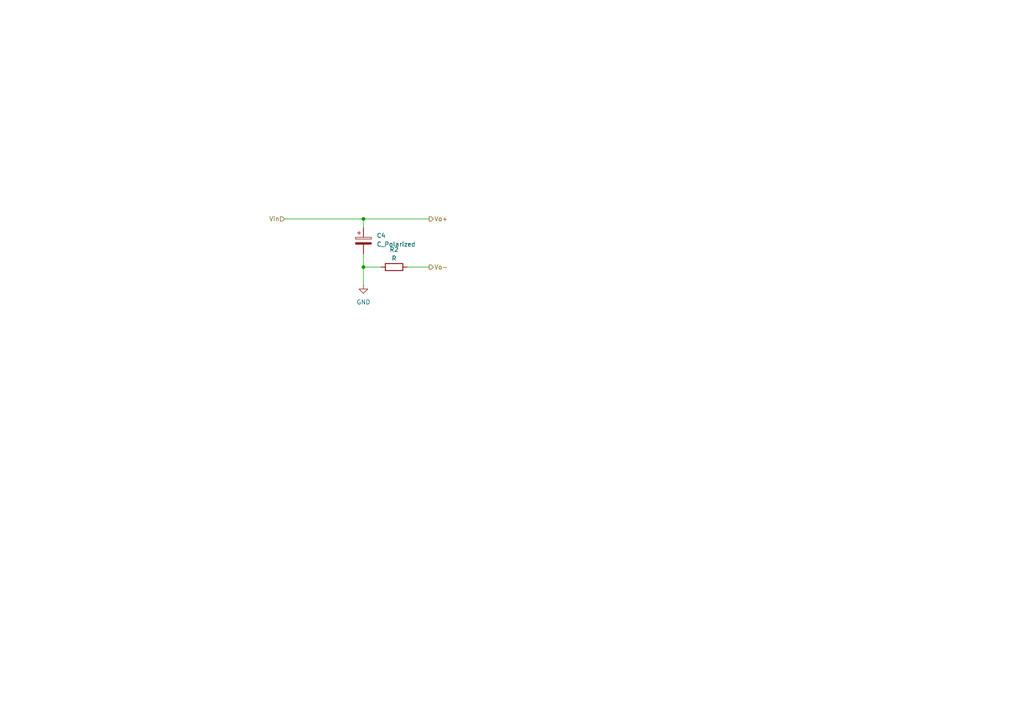
<source format=kicad_sch>
(kicad_sch (version 20230121) (generator eeschema)
  (paper "A4")
  (lib_symbols
    (symbol "Device:C_Polarized" (pin_numbers hide) (pin_names (offset 0.254))
      (property "Reference" "C" (at 0.635 2.54 0))
      (property "Value" "C_Polarized" (at 0.635 -2.54 0))
      (symbol "C_Polarized_0_1"
        (rectangle (start -2.286 0.508) (end 2.286 1.016))
        (polyline (pts (xy -1.778 2.286) (xy -0.762 2.286)))
        (polyline (pts (xy -1.27 2.794) (xy -1.27 1.778)))
        (rectangle (start 2.286 -0.508) (end -2.286 -1.016) (fill (type outline)))
      )
      (symbol "C_Polarized_1_1"
        (pin passive line (at 0 3.81 270) (length 2.794) (name "~") (number "1"))
        (pin passive line (at 0 -3.81 90) (length 2.794) (name "~") (number "2"))
      )
    )
    (symbol "Device:R" (pin_numbers hide) (pin_names (offset 0))
      (property "Reference" "R" (at 2.032 0 90))
      (property "Value" "R" (at 0 0 90))
      (symbol "R_0_1"
        (rectangle (start -1.016 -2.54) (end 1.016 2.54) (stroke (width 0.254)))
      )
      (symbol "R_1_1"
        (pin passive line (at 0 3.81 270) (length 1.27) (name "~") (number "1"))
        (pin passive line (at 0 -3.81 90) (length 1.27) (name "~") (number "2"))
      )
    )
    (symbol "power:GND" (power) (pin_names (offset 0))
      (property "Value" "GND" (at 0 -3.81 0))
      (symbol "GND_0_1"
        (polyline (pts (xy 0 0) (xy 0 -1.27) (xy 1.27 -1.27) (xy 0 -2.54) (xy -1.27 -1.27) (xy 0 -1.27)))
      )
      (symbol "GND_1_1"
        (pin power_in line (at 0 0 270) (length 0) hide (name "GND") (number "1"))
      )
    )
  )
  (junction (at 105.41 63.5))
  (junction (at 105.41 77.47))
  (wire (pts (xy 124.46 77.47) (xy 118.11 77.47)))
  (wire (pts (xy 105.41 66.04) (xy 105.41 63.5)))
  (wire (pts (xy 82.55 63.5) (xy 105.41 63.5)))
  (wire (pts (xy 105.41 63.5) (xy 124.46 63.5)))
  (wire (pts (xy 105.41 77.47) (xy 105.41 73.66)))
  (wire (pts (xy 105.41 77.47) (xy 110.49 77.47)))
  (wire (pts (xy 105.41 82.55) (xy 105.41 77.47)))
  (hierarchical_label "Vin" (shape input) (at 82.55 63.5 180))
  (hierarchical_label "Vo-" (shape output) (at 124.46 77.47 0))
  (hierarchical_label "Vo+" (shape output) (at 124.46 63.5 0))
  (symbol (lib_id "power:GND") (at 105.41 82.55 0) (unit 1)
    (property "Reference" "#PWR010" (effects hide))
    (property "Value" "GND" (at 105.41 87.63 0))
  )
  (symbol (lib_id "Device:C_Polarized") (at 105.41 69.85 0) (unit 1)
    (property "Reference" "C4" (at 109.22 68.326 0) (effects (justify left)))
    (property "Value" "C_Polarized" (at 109.22 70.866 0) (effects (justify left)))
  )
  (symbol (lib_id "Device:R") (at 114.3 77.47 90) (unit 1)
    (property "Reference" "R2" (at 114.3 72.39 90))
    (property "Value" "R" (at 114.3 74.93 90))
  )
)
</source>
